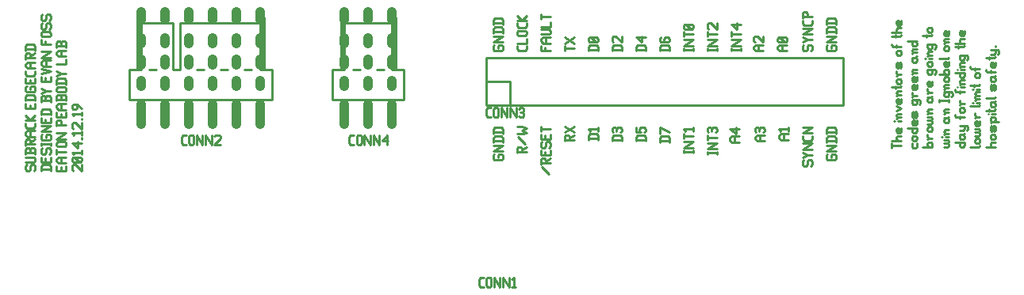
<source format=gbr>
G04 start of page 8 for group -4079 idx -4079 *
G04 Title: (unknown), topsilk *
G04 Creator: pcb 20110918 *
G04 CreationDate: Tue Jan 20 20:48:38 2015 UTC *
G04 For: fosse *
G04 Format: Gerber/RS-274X *
G04 PCB-Dimensions: 600000 500000 *
G04 PCB-Coordinate-Origin: lower left *
%MOIN*%
%FSLAX25Y25*%
%LNTOPSILK*%
%ADD42C,0.0150*%
%ADD41C,0.0400*%
%ADD40C,0.0100*%
G54D40*X289000Y183000D02*X289500Y183500D01*
X289000Y183000D02*Y181500D01*
X289500Y181000D02*X289000Y181500D01*
X289500Y181000D02*X292500D01*
X293000Y181500D01*
Y183000D02*Y181500D01*
Y183000D02*X292500Y183500D01*
X291500D02*X292500D01*
X291000Y183000D02*X291500Y183500D01*
X291000Y183000D02*Y182000D01*
X289000Y184700D02*X293000D01*
X289000D02*X293000Y187200D01*
X289000D02*X293000D01*
X289000Y188900D02*X293000D01*
X289000Y190200D02*X289700Y190900D01*
X292300D01*
X293000Y190200D02*X292300Y190900D01*
X293000Y190200D02*Y188400D01*
X289000Y190200D02*Y188400D01*
Y192600D02*X293000D01*
X289000Y193900D02*X289700Y194600D01*
X292300D01*
X293000Y193900D02*X292300Y194600D01*
X293000Y193900D02*Y192100D01*
X289000Y193900D02*Y192100D01*
X312500Y175000D02*X309500Y178000D01*
X309000Y181200D02*Y179200D01*
Y181200D02*X309500Y181700D01*
X310500D01*
X311000Y181200D02*X310500Y181700D01*
X311000Y181200D02*Y179700D01*
X309000D02*X313000D01*
X311000Y180500D02*X313000Y181700D01*
X310800Y184400D02*Y182900D01*
X313000Y184900D02*Y182900D01*
X309000D02*X313000D01*
X309000Y184900D02*Y182900D01*
Y188100D02*X309500Y188600D01*
X309000Y188100D02*Y186600D01*
X309500Y186100D02*X309000Y186600D01*
X309500Y186100D02*X310500D01*
X311000Y186600D01*
Y188100D02*Y186600D01*
Y188100D02*X311500Y188600D01*
X312500D01*
X313000Y188100D02*X312500Y188600D01*
X313000Y188100D02*Y186600D01*
X312500Y186100D02*X313000Y186600D01*
X310800Y191300D02*Y189800D01*
X313000Y191800D02*Y189800D01*
X309000D02*X313000D01*
X309000Y191800D02*Y189800D01*
Y195000D02*Y193000D01*
Y194000D02*X313000D01*
X319000Y191000D02*Y189000D01*
Y191000D02*X319500Y191500D01*
X320500D01*
X321000Y191000D02*X320500Y191500D01*
X321000Y191000D02*Y189500D01*
X319000D02*X323000D01*
X321000Y190300D02*X323000Y191500D01*
Y192700D02*X319000Y195200D01*
Y192700D02*X323000Y195200D01*
X329000Y190000D02*X333000D01*
X329000Y191300D02*X329700Y192000D01*
X332300D01*
X333000Y191300D02*X332300Y192000D01*
X333000Y191300D02*Y189500D01*
X329000Y191300D02*Y189500D01*
X329800Y193200D02*X329000Y194000D01*
X333000D01*
Y194700D02*Y193200D01*
X299000Y186000D02*Y184000D01*
Y186000D02*X299500Y186500D01*
X300500D01*
X301000Y186000D02*X300500Y186500D01*
X301000Y186000D02*Y184500D01*
X299000D02*X303000D01*
X301000Y185300D02*X303000Y186500D01*
X302500Y187700D02*X299500Y190700D01*
X299000Y191900D02*X301000D01*
X303000Y192400D01*
X301000Y193400D01*
X303000Y194400D01*
X301000Y194900D01*
X299000D02*X301000D01*
X339000Y189500D02*X343000D01*
X339000Y190800D02*X339700Y191500D01*
X342300D01*
X343000Y190800D02*X342300Y191500D01*
X343000Y190800D02*Y189000D01*
X339000Y190800D02*Y189000D01*
X339500Y192700D02*X339000Y193200D01*
Y194200D02*Y193200D01*
Y194200D02*X339500Y194700D01*
X343000Y194200D02*X342500Y194700D01*
X343000Y194200D02*Y193200D01*
X342500Y192700D02*X343000Y193200D01*
X340800Y194200D02*Y193200D01*
X339500Y194700D02*X340300D01*
X341300D02*X342500D01*
X341300D02*X340800Y194200D01*
X340300Y194700D02*X340800Y194200D01*
X349000Y189500D02*X353000D01*
X349000Y190800D02*X349700Y191500D01*
X352300D01*
X353000Y190800D02*X352300Y191500D01*
X353000Y190800D02*Y189000D01*
X349000Y190800D02*Y189000D01*
Y194700D02*Y192700D01*
X351000D01*
X350500Y193200D01*
Y194200D02*Y193200D01*
Y194200D02*X351000Y194700D01*
X352500D01*
X353000Y194200D02*X352500Y194700D01*
X353000Y194200D02*Y193200D01*
X352500Y192700D02*X353000Y193200D01*
X359000Y189000D02*X363000D01*
X359000Y190300D02*X359700Y191000D01*
X362300D01*
X363000Y190300D02*X362300Y191000D01*
X363000Y190300D02*Y188500D01*
X359000Y190300D02*Y188500D01*
X363000Y192700D02*X359000Y194700D01*
Y192200D01*
X369000Y185000D02*Y184000D01*
Y184500D02*X373000D01*
Y185000D02*Y184000D01*
X369000Y186200D02*X373000D01*
X369000D02*X373000Y188700D01*
X369000D02*X373000D01*
X369000Y191900D02*Y189900D01*
Y190900D02*X373000D01*
X369800Y193100D02*X369000Y193900D01*
X373000D01*
Y194600D02*Y193100D01*
X389500Y188500D02*X392500D01*
X389500D02*X388500Y189200D01*
Y190300D02*Y189200D01*
Y190300D02*X389500Y191000D01*
X392500D01*
X390500D02*Y188500D01*
X391000Y192200D02*X388500Y194200D01*
X391000Y194700D02*Y192200D01*
X388500Y194200D02*X392500D01*
X379000Y184500D02*Y183500D01*
Y184000D02*X383000D01*
Y184500D02*Y183500D01*
X379000Y185700D02*X383000D01*
X379000D02*X383000Y188200D01*
X379000D02*X383000D01*
X379000Y191400D02*Y189400D01*
Y190400D02*X383000D01*
X379500Y192600D02*X379000Y193100D01*
Y194100D02*Y193100D01*
Y194100D02*X379500Y194600D01*
X383000Y194100D02*X382500Y194600D01*
X383000Y194100D02*Y193100D01*
X382500Y192600D02*X383000Y193100D01*
X380800Y194100D02*Y193100D01*
X379500Y194600D02*X380300D01*
X381300D02*X382500D01*
X381300D02*X380800Y194100D01*
X380300Y194600D02*X380800Y194100D01*
X469500Y186500D02*X473500D01*
X473000D02*X473500Y187000D01*
Y188000D02*Y187000D01*
Y188000D02*X473000Y188500D01*
X472000D02*X473000D01*
X471500Y188000D02*X472000Y188500D01*
X471500Y188000D02*Y187000D01*
X472000Y186500D02*X471500Y187000D01*
X472000Y190200D02*X473500D01*
X472000D02*X471500Y190700D01*
Y191700D02*Y190700D01*
Y189700D02*X472000Y190200D01*
Y192900D02*X473000D01*
X472000D02*X471500Y193400D01*
Y194400D02*Y193400D01*
Y194400D02*X472000Y194900D01*
X473000D01*
X473500Y194400D02*X473000Y194900D01*
X473500Y194400D02*Y193400D01*
X473000Y192900D02*X473500Y193400D01*
X471500Y196100D02*X473000D01*
X473500Y196600D01*
Y197100D02*Y196600D01*
Y197100D02*X473000Y197600D01*
X471500D02*X473000D01*
X473500Y198100D01*
Y198600D02*Y198100D01*
Y198600D02*X473000Y199100D01*
X471500D02*X473000D01*
X472000Y200800D02*X473500D01*
X472000D02*X471500Y201300D01*
Y201800D02*Y201300D01*
Y201800D02*X472000Y202300D01*
X473500D01*
X471500Y200300D02*X472000Y200800D01*
X471500Y206800D02*X472000Y207300D01*
X471500Y206800D02*Y205800D01*
X472000Y205300D02*X471500Y205800D01*
X472000Y205300D02*X473000D01*
X473500Y205800D01*
X471500Y207300D02*X473000D01*
X473500Y207800D01*
Y206800D02*Y205800D01*
Y206800D02*X473000Y207300D01*
X472000Y209500D02*X473500D01*
X472000D02*X471500Y210000D01*
Y211000D02*Y210000D01*
Y209000D02*X472000Y209500D01*
X473500Y214200D02*Y212700D01*
X473000Y212200D02*X473500Y212700D01*
X472000Y212200D02*X473000D01*
X472000D02*X471500Y212700D01*
Y213700D02*Y212700D01*
Y213700D02*X472000Y214200D01*
X472500D02*Y212200D01*
X472000Y214200D02*X472500D01*
X471500Y218700D02*X472000Y219200D01*
X471500Y218700D02*Y217700D01*
X472000Y217200D02*X471500Y217700D01*
X472000Y217200D02*X473000D01*
X473500Y217700D01*
Y218700D02*Y217700D01*
Y218700D02*X473000Y219200D01*
X474500Y217200D02*X475000Y217700D01*
Y218700D02*Y217700D01*
Y218700D02*X474500Y219200D01*
X471500D02*X474500D01*
X472000Y220400D02*X473000D01*
X472000D02*X471500Y220900D01*
Y221900D02*Y220900D01*
Y221900D02*X472000Y222400D01*
X473000D01*
X473500Y221900D02*X473000Y222400D01*
X473500Y221900D02*Y220900D01*
X473000Y220400D02*X473500Y220900D01*
X470500Y223600D02*X470600D01*
X472000D02*X473500D01*
X472000Y225100D02*X473500D01*
X472000D02*X471500Y225600D01*
Y226100D02*Y225600D01*
Y226100D02*X472000Y226600D01*
X473500D01*
X471500Y224600D02*X472000Y225100D01*
X471500Y229300D02*X472000Y229800D01*
X471500Y229300D02*Y228300D01*
X472000Y227800D02*X471500Y228300D01*
X472000Y227800D02*X473000D01*
X473500Y228300D01*
Y229300D02*Y228300D01*
Y229300D02*X473000Y229800D01*
X474500Y227800D02*X475000Y228300D01*
Y229300D02*Y228300D01*
Y229300D02*X474500Y229800D01*
X471500D02*X474500D01*
X469500Y233300D02*X473000D01*
X473500Y233800D01*
X471000D02*Y232800D01*
X472000Y234800D02*X473000D01*
X472000D02*X471500Y235300D01*
Y236300D02*Y235300D01*
Y236300D02*X472000Y236800D01*
X473000D01*
X473500Y236300D02*X473000Y236800D01*
X473500Y236300D02*Y235300D01*
X473000Y234800D02*X473500Y235300D01*
X465000Y188000D02*Y186500D01*
X465500Y186000D02*X465000Y186500D01*
X465500Y186000D02*X466500D01*
X467000Y186500D01*
Y188000D02*Y186500D01*
X465500Y189200D02*X466500D01*
X465500D02*X465000Y189700D01*
Y190700D02*Y189700D01*
Y190700D02*X465500Y191200D01*
X466500D01*
X467000Y190700D02*X466500Y191200D01*
X467000Y190700D02*Y189700D01*
X466500Y189200D02*X467000Y189700D01*
X463000Y194400D02*X467000D01*
Y193900D02*X466500Y194400D01*
X467000Y193900D02*Y192900D01*
X466500Y192400D02*X467000Y192900D01*
X465500Y192400D02*X466500D01*
X465500D02*X465000Y192900D01*
Y193900D02*Y192900D01*
Y193900D02*X465500Y194400D01*
X467000Y197600D02*Y196100D01*
X466500Y195600D02*X467000Y196100D01*
X465500Y195600D02*X466500D01*
X465500D02*X465000Y196100D01*
Y197100D02*Y196100D01*
Y197100D02*X465500Y197600D01*
X466000D02*Y195600D01*
X465500Y197600D02*X466000D01*
X467000Y200800D02*Y199300D01*
Y200800D02*X466500Y201300D01*
X466000Y200800D02*X466500Y201300D01*
X466000Y200800D02*Y199300D01*
X465500Y198800D02*X466000Y199300D01*
X465500Y198800D02*X465000Y199300D01*
Y200800D02*Y199300D01*
Y200800D02*X465500Y201300D01*
X466500Y198800D02*X467000Y199300D01*
X465000Y205800D02*X465500Y206300D01*
X465000Y205800D02*Y204800D01*
X465500Y204300D02*X465000Y204800D01*
X465500Y204300D02*X466500D01*
X467000Y204800D01*
Y205800D02*Y204800D01*
Y205800D02*X466500Y206300D01*
X468000Y204300D02*X468500Y204800D01*
Y205800D02*Y204800D01*
Y205800D02*X468000Y206300D01*
X465000D02*X468000D01*
X465500Y208000D02*X467000D01*
X465500D02*X465000Y208500D01*
Y209500D02*Y208500D01*
Y207500D02*X465500Y208000D01*
X467000Y212700D02*Y211200D01*
X466500Y210700D02*X467000Y211200D01*
X465500Y210700D02*X466500D01*
X465500D02*X465000Y211200D01*
Y212200D02*Y211200D01*
Y212200D02*X465500Y212700D01*
X466000D02*Y210700D01*
X465500Y212700D02*X466000D01*
X467000Y215900D02*Y214400D01*
X466500Y213900D02*X467000Y214400D01*
X465500Y213900D02*X466500D01*
X465500D02*X465000Y214400D01*
Y215400D02*Y214400D01*
Y215400D02*X465500Y215900D01*
X466000D02*Y213900D01*
X465500Y215900D02*X466000D01*
X465500Y217600D02*X467000D01*
X465500D02*X465000Y218100D01*
Y218600D02*Y218100D01*
Y218600D02*X465500Y219100D01*
X467000D01*
X465000Y217100D02*X465500Y217600D01*
X465000Y223600D02*X465500Y224100D01*
X465000Y223600D02*Y222600D01*
X465500Y222100D02*X465000Y222600D01*
X465500Y222100D02*X466500D01*
X467000Y222600D01*
X465000Y224100D02*X466500D01*
X467000Y224600D01*
Y223600D02*Y222600D01*
Y223600D02*X466500Y224100D01*
X465500Y226300D02*X467000D01*
X465500D02*X465000Y226800D01*
Y227300D02*Y226800D01*
Y227300D02*X465500Y227800D01*
X467000D01*
X465000Y225800D02*X465500Y226300D01*
X463000Y231000D02*X467000D01*
Y230500D02*X466500Y231000D01*
X467000Y230500D02*Y229500D01*
X466500Y229000D02*X467000Y229500D01*
X465500Y229000D02*X466500D01*
X465500D02*X465000Y229500D01*
Y230500D02*Y229500D01*
Y230500D02*X465500Y231000D01*
X456500Y188000D02*Y186000D01*
Y187000D02*X460500D01*
X456500Y189200D02*X460500D01*
X459000D02*X458500Y189700D01*
Y190700D02*Y189700D01*
Y190700D02*X459000Y191200D01*
X460500D01*
Y194400D02*Y192900D01*
X460000Y192400D02*X460500Y192900D01*
X459000Y192400D02*X460000D01*
X459000D02*X458500Y192900D01*
Y193900D02*Y192900D01*
Y193900D02*X459000Y194400D01*
X459500D02*Y192400D01*
X459000Y194400D02*X459500D01*
X457500Y197400D02*X457600D01*
X459000D02*X460500D01*
X459000Y198900D02*X460500D01*
X459000D02*X458500Y199400D01*
Y199900D02*Y199400D01*
Y199900D02*X459000Y200400D01*
X460500D01*
X458500Y198400D02*X459000Y198900D01*
X458500Y201600D02*X460500Y202600D01*
X458500Y203600D02*X460500Y202600D01*
Y206800D02*Y205300D01*
X460000Y204800D02*X460500Y205300D01*
X459000Y204800D02*X460000D01*
X459000D02*X458500Y205300D01*
Y206300D02*Y205300D01*
Y206300D02*X459000Y206800D01*
X459500D02*Y204800D01*
X459000Y206800D02*X459500D01*
X459000Y208500D02*X460500D01*
X459000D02*X458500Y209000D01*
Y209500D02*Y209000D01*
Y209500D02*X459000Y210000D01*
X460500D01*
X458500Y208000D02*X459000Y208500D01*
X456500Y211700D02*X460000D01*
X460500Y212200D01*
X458000D02*Y211200D01*
X459000Y213200D02*X460000D01*
X459000D02*X458500Y213700D01*
Y214700D02*Y213700D01*
Y214700D02*X459000Y215200D01*
X460000D01*
X460500Y214700D02*X460000Y215200D01*
X460500Y214700D02*Y213700D01*
X460000Y213200D02*X460500Y213700D01*
X459000Y216900D02*X460500D01*
X459000D02*X458500Y217400D01*
Y218400D02*Y217400D01*
Y216400D02*X459000Y216900D01*
X460500Y221600D02*Y220100D01*
Y221600D02*X460000Y222100D01*
X459500Y221600D02*X460000Y222100D01*
X459500Y221600D02*Y220100D01*
X459000Y219600D02*X459500Y220100D01*
X459000Y219600D02*X458500Y220100D01*
Y221600D02*Y220100D01*
Y221600D02*X459000Y222100D01*
X460000Y219600D02*X460500Y220100D01*
X459000Y225100D02*X460000D01*
X459000D02*X458500Y225600D01*
Y226600D02*Y225600D01*
Y226600D02*X459000Y227100D01*
X460000D01*
X460500Y226600D02*X460000Y227100D01*
X460500Y226600D02*Y225600D01*
X460000Y225100D02*X460500Y225600D01*
X457000Y228800D02*X460500D01*
X457000D02*X456500Y229300D01*
Y229800D02*Y229300D01*
X458500D02*Y228300D01*
X456500Y233100D02*X460000D01*
X460500Y233600D01*
X458000D02*Y232600D01*
X456500Y234600D02*X460500D01*
X459000D02*X458500Y235100D01*
Y236100D02*Y235100D01*
Y236100D02*X459000Y236600D01*
X460500D01*
Y239800D02*Y238300D01*
X460000Y237800D02*X460500Y238300D01*
X459000Y237800D02*X460000D01*
X459000D02*X458500Y238300D01*
Y239300D02*Y238300D01*
Y239300D02*X459000Y239800D01*
X459500D02*Y237800D01*
X459000Y239800D02*X459500D01*
X478500Y186500D02*X480000D01*
X480500Y187000D01*
Y187500D02*Y187000D01*
Y187500D02*X480000Y188000D01*
X478500D02*X480000D01*
X480500Y188500D01*
Y189000D02*Y188500D01*
Y189000D02*X480000Y189500D01*
X478500D02*X480000D01*
X477500Y190700D02*X477600D01*
X479000D02*X480500D01*
X479000Y192200D02*X480500D01*
X479000D02*X478500Y192700D01*
Y193200D02*Y192700D01*
Y193200D02*X479000Y193700D01*
X480500D01*
X478500Y191700D02*X479000Y192200D01*
X478500Y198200D02*X479000Y198700D01*
X478500Y198200D02*Y197200D01*
X479000Y196700D02*X478500Y197200D01*
X479000Y196700D02*X480000D01*
X480500Y197200D01*
X478500Y198700D02*X480000D01*
X480500Y199200D01*
Y198200D02*Y197200D01*
Y198200D02*X480000Y198700D01*
X479000Y200900D02*X480500D01*
X479000D02*X478500Y201400D01*
Y201900D02*Y201400D01*
Y201900D02*X479000Y202400D01*
X480500D01*
X478500Y200400D02*X479000Y200900D01*
X476500Y206400D02*Y205400D01*
Y205900D02*X480500D01*
Y206400D02*Y205400D01*
X478500Y209100D02*X479000Y209600D01*
X478500Y209100D02*Y208100D01*
X479000Y207600D02*X478500Y208100D01*
X479000Y207600D02*X480000D01*
X480500Y208100D01*
Y209100D02*Y208100D01*
Y209100D02*X480000Y209600D01*
X481500Y207600D02*X482000Y208100D01*
Y209100D02*Y208100D01*
Y209100D02*X481500Y209600D01*
X478500D02*X481500D01*
X479000Y211300D02*X480500D01*
X479000D02*X478500Y211800D01*
Y212300D02*Y211800D01*
Y212300D02*X479000Y212800D01*
X480500D01*
X478500Y210800D02*X479000Y211300D01*
Y214000D02*X480000D01*
X479000D02*X478500Y214500D01*
Y215500D02*Y214500D01*
Y215500D02*X479000Y216000D01*
X480000D01*
X480500Y215500D02*X480000Y216000D01*
X480500Y215500D02*Y214500D01*
X480000Y214000D02*X480500Y214500D01*
X476500Y217200D02*X480500D01*
X480000D02*X480500Y217700D01*
Y218700D02*Y217700D01*
Y218700D02*X480000Y219200D01*
X479000D02*X480000D01*
X478500Y218700D02*X479000Y219200D01*
X478500Y218700D02*Y217700D01*
X479000Y217200D02*X478500Y217700D01*
X480500Y222400D02*Y220900D01*
X480000Y220400D02*X480500Y220900D01*
X479000Y220400D02*X480000D01*
X479000D02*X478500Y220900D01*
Y221900D02*Y220900D01*
Y221900D02*X479000Y222400D01*
X479500D02*Y220400D01*
X479000Y222400D02*X479500D01*
X476500Y223600D02*X480000D01*
X480500Y224100D01*
X479000Y226900D02*X480000D01*
X479000D02*X478500Y227400D01*
Y228400D02*Y227400D01*
Y228400D02*X479000Y228900D01*
X480000D01*
X480500Y228400D02*X480000Y228900D01*
X480500Y228400D02*Y227400D01*
X480000Y226900D02*X480500Y227400D01*
X479000Y230600D02*X480500D01*
X479000D02*X478500Y231100D01*
Y231600D02*Y231100D01*
Y231600D02*X479000Y232100D01*
X480500D01*
X478500Y230100D02*X479000Y230600D01*
X480500Y235300D02*Y233800D01*
X480000Y233300D02*X480500Y233800D01*
X479000Y233300D02*X480000D01*
X479000D02*X478500Y233800D01*
Y234800D02*Y233800D01*
Y234800D02*X479000Y235300D01*
X479500D02*Y233300D01*
X479000Y235300D02*X479500D01*
X483000Y188500D02*X487000D01*
Y188000D02*X486500Y188500D01*
X487000Y188000D02*Y187000D01*
X486500Y186500D02*X487000Y187000D01*
X485500Y186500D02*X486500D01*
X485500D02*X485000Y187000D01*
Y188000D02*Y187000D01*
Y188000D02*X485500Y188500D01*
X485000Y191200D02*X485500Y191700D01*
X485000Y191200D02*Y190200D01*
X485500Y189700D02*X485000Y190200D01*
X485500Y189700D02*X486500D01*
X487000Y190200D01*
X485000Y191700D02*X486500D01*
X487000Y192200D01*
Y191200D02*Y190200D01*
Y191200D02*X486500Y191700D01*
X485000Y193400D02*X486500D01*
X487000Y193900D01*
X485000Y195400D02*X488000D01*
X488500Y194900D02*X488000Y195400D01*
X488500Y194900D02*Y193900D01*
X488000Y193400D02*X488500Y193900D01*
X487000Y194900D02*Y193900D01*
Y194900D02*X486500Y195400D01*
X483500Y198900D02*X487000D01*
X483500D02*X483000Y199400D01*
Y199900D02*Y199400D01*
X485000D02*Y198400D01*
X485500Y200900D02*X486500D01*
X485500D02*X485000Y201400D01*
Y202400D02*Y201400D01*
Y202400D02*X485500Y202900D01*
X486500D01*
X487000Y202400D02*X486500Y202900D01*
X487000Y202400D02*Y201400D01*
X486500Y200900D02*X487000Y201400D01*
X485500Y204600D02*X487000D01*
X485500D02*X485000Y205100D01*
Y206100D02*Y205100D01*
Y204100D02*X485500Y204600D01*
X483500Y209600D02*X487000D01*
X483500D02*X483000Y210100D01*
Y210600D02*Y210100D01*
X485000D02*Y209100D01*
X484000Y211600D02*X484100D01*
X485500D02*X487000D01*
X485500Y213100D02*X487000D01*
X485500D02*X485000Y213600D01*
Y214100D02*Y213600D01*
Y214100D02*X485500Y214600D01*
X487000D01*
X485000Y212600D02*X485500Y213100D01*
X483000Y217800D02*X487000D01*
Y217300D02*X486500Y217800D01*
X487000Y217300D02*Y216300D01*
X486500Y215800D02*X487000Y216300D01*
X485500Y215800D02*X486500D01*
X485500D02*X485000Y216300D01*
Y217300D02*Y216300D01*
Y217300D02*X485500Y217800D01*
X484000Y219000D02*X484100D01*
X485500D02*X487000D01*
X485500Y220500D02*X487000D01*
X485500D02*X485000Y221000D01*
Y221500D02*Y221000D01*
Y221500D02*X485500Y222000D01*
X487000D01*
X485000Y220000D02*X485500Y220500D01*
X485000Y224700D02*X485500Y225200D01*
X485000Y224700D02*Y223700D01*
X485500Y223200D02*X485000Y223700D01*
X485500Y223200D02*X486500D01*
X487000Y223700D01*
Y224700D02*Y223700D01*
Y224700D02*X486500Y225200D01*
X488000Y223200D02*X488500Y223700D01*
Y224700D02*Y223700D01*
Y224700D02*X488000Y225200D01*
X485000D02*X488000D01*
X483000Y228700D02*X486500D01*
X487000Y229200D01*
X484500D02*Y228200D01*
X483000Y230200D02*X487000D01*
X485500D02*X485000Y230700D01*
Y231700D02*Y230700D01*
Y231700D02*X485500Y232200D01*
X487000D01*
Y235400D02*Y233900D01*
X486500Y233400D02*X487000Y233900D01*
X485500Y233400D02*X486500D01*
X485500D02*X485000Y233900D01*
Y234900D02*Y233900D01*
Y234900D02*X485500Y235400D01*
X486000D02*Y233400D01*
X485500Y235400D02*X486000D01*
X496000Y186500D02*X500000D01*
X498500D02*X498000Y187000D01*
Y188000D02*Y187000D01*
Y188000D02*X498500Y188500D01*
X500000D01*
X498500Y189700D02*X499500D01*
X498500D02*X498000Y190200D01*
Y191200D02*Y190200D01*
Y191200D02*X498500Y191700D01*
X499500D01*
X500000Y191200D02*X499500Y191700D01*
X500000Y191200D02*Y190200D01*
X499500Y189700D02*X500000Y190200D01*
Y194900D02*Y193400D01*
Y194900D02*X499500Y195400D01*
X499000Y194900D02*X499500Y195400D01*
X499000Y194900D02*Y193400D01*
X498500Y192900D02*X499000Y193400D01*
X498500Y192900D02*X498000Y193400D01*
Y194900D02*Y193400D01*
Y194900D02*X498500Y195400D01*
X499500Y192900D02*X500000Y193400D01*
X498500Y197100D02*X501500D01*
X498000Y196600D02*X498500Y197100D01*
X498000Y197600D01*
Y198600D02*Y197600D01*
Y198600D02*X498500Y199100D01*
X499500D01*
X500000Y198600D02*X499500Y199100D01*
X500000Y198600D02*Y197600D01*
X499500Y197100D02*X500000Y197600D01*
X497000Y200300D02*X497100D01*
X498500D02*X500000D01*
X496000Y201800D02*X499500D01*
X500000Y202300D01*
X497500D02*Y201300D01*
X498000Y204800D02*X498500Y205300D01*
X498000Y204800D02*Y203800D01*
X498500Y203300D02*X498000Y203800D01*
X498500Y203300D02*X499500D01*
X500000Y203800D01*
X498000Y205300D02*X499500D01*
X500000Y205800D01*
Y204800D02*Y203800D01*
Y204800D02*X499500Y205300D01*
X496000Y207000D02*X499500D01*
X500000Y207500D01*
Y212300D02*Y210800D01*
Y212300D02*X499500Y212800D01*
X499000Y212300D02*X499500Y212800D01*
X499000Y212300D02*Y210800D01*
X498500Y210300D02*X499000Y210800D01*
X498500Y210300D02*X498000Y210800D01*
Y212300D02*Y210800D01*
Y212300D02*X498500Y212800D01*
X499500Y210300D02*X500000Y210800D01*
X498000Y215500D02*X498500Y216000D01*
X498000Y215500D02*Y214500D01*
X498500Y214000D02*X498000Y214500D01*
X498500Y214000D02*X499500D01*
X500000Y214500D01*
X498000Y216000D02*X499500D01*
X500000Y216500D01*
Y215500D02*Y214500D01*
Y215500D02*X499500Y216000D01*
X496500Y218200D02*X500000D01*
X496500D02*X496000Y218700D01*
Y219200D02*Y218700D01*
X498000D02*Y217700D01*
X500000Y222200D02*Y220700D01*
X499500Y220200D02*X500000Y220700D01*
X498500Y220200D02*X499500D01*
X498500D02*X498000Y220700D01*
Y221700D02*Y220700D01*
Y221700D02*X498500Y222200D01*
X499000D02*Y220200D01*
X498500Y222200D02*X499000D01*
X496000Y223900D02*X499500D01*
X500000Y224400D01*
X497500D02*Y223400D01*
X498000Y225400D02*X499500D01*
X500000Y225900D01*
X498000Y227400D02*X501000D01*
X501500Y226900D02*X501000Y227400D01*
X501500Y226900D02*Y225900D01*
X501000Y225400D02*X501500Y225900D01*
X500000Y226900D02*Y225900D01*
Y226900D02*X499500Y227400D01*
X500000Y229100D02*Y228600D01*
X489500Y186500D02*X493000D01*
X493500Y187000D01*
X492000Y188000D02*X493000D01*
X492000D02*X491500Y188500D01*
Y189500D02*Y188500D01*
Y189500D02*X492000Y190000D01*
X493000D01*
X493500Y189500D02*X493000Y190000D01*
X493500Y189500D02*Y188500D01*
X493000Y188000D02*X493500Y188500D01*
X491500Y191200D02*X493000D01*
X493500Y191700D01*
Y192200D02*Y191700D01*
Y192200D02*X493000Y192700D01*
X491500D02*X493000D01*
X493500Y193200D01*
Y193700D02*Y193200D01*
Y193700D02*X493000Y194200D01*
X491500D02*X493000D01*
X493500Y197400D02*Y195900D01*
X493000Y195400D02*X493500Y195900D01*
X492000Y195400D02*X493000D01*
X492000D02*X491500Y195900D01*
Y196900D02*Y195900D01*
Y196900D02*X492000Y197400D01*
X492500D02*Y195400D01*
X492000Y197400D02*X492500D01*
X492000Y199100D02*X493500D01*
X492000D02*X491500Y199600D01*
Y200600D02*Y199600D01*
Y198600D02*X492000Y199100D01*
X489500Y203600D02*X493000D01*
X493500Y204100D01*
X490500Y205100D02*X490600D01*
X492000D02*X493500D01*
X492000Y206600D02*X493500D01*
X492000D02*X491500Y207100D01*
Y207600D02*Y207100D01*
Y207600D02*X492000Y208100D01*
X493500D01*
X492000D02*X491500Y208600D01*
Y209100D02*Y208600D01*
Y209100D02*X492000Y209600D01*
X493500D01*
X491500Y206100D02*X492000Y206600D01*
X490500Y210800D02*X490600D01*
X492000D02*X493500D01*
X489500Y212300D02*X493000D01*
X493500Y212800D01*
X491000D02*Y211800D01*
X492000Y215600D02*X493000D01*
X492000D02*X491500Y216100D01*
Y217100D02*Y216100D01*
Y217100D02*X492000Y217600D01*
X493000D01*
X493500Y217100D02*X493000Y217600D01*
X493500Y217100D02*Y216100D01*
X493000Y215600D02*X493500Y216100D01*
X490000Y219300D02*X493500D01*
X490000D02*X489500Y219800D01*
Y220300D02*Y219800D01*
X491500D02*Y218800D01*
X429000Y183000D02*X429500Y183500D01*
X429000Y183000D02*Y181500D01*
X429500Y181000D02*X429000Y181500D01*
X429500Y181000D02*X432500D01*
X433000Y181500D01*
Y183000D02*Y181500D01*
Y183000D02*X432500Y183500D01*
X431500D02*X432500D01*
X431000Y183000D02*X431500Y183500D01*
X431000Y183000D02*Y182000D01*
X429000Y184700D02*X433000D01*
X429000D02*X433000Y187200D01*
X429000D02*X433000D01*
X429000Y188900D02*X433000D01*
X429000Y190200D02*X429700Y190900D01*
X432300D01*
X433000Y190200D02*X432300Y190900D01*
X433000Y190200D02*Y188400D01*
X429000Y190200D02*Y188400D01*
Y192600D02*X433000D01*
X429000Y193900D02*X429700Y194600D01*
X432300D01*
X433000Y193900D02*X432300Y194600D01*
X433000Y193900D02*Y192100D01*
X429000Y193900D02*Y192100D01*
Y229000D02*X429500Y229500D01*
X429000Y229000D02*Y227500D01*
X429500Y227000D02*X429000Y227500D01*
X429500Y227000D02*X432500D01*
X433000Y227500D01*
Y229000D02*Y227500D01*
Y229000D02*X432500Y229500D01*
X431500D02*X432500D01*
X431000Y229000D02*X431500Y229500D01*
X431000Y229000D02*Y228000D01*
X429000Y230700D02*X433000D01*
X429000D02*X433000Y233200D01*
X429000D02*X433000D01*
X429000Y234900D02*X433000D01*
X429000Y236200D02*X429700Y236900D01*
X432300D01*
X433000Y236200D02*X432300Y236900D01*
X433000Y236200D02*Y234400D01*
X429000Y236200D02*Y234400D01*
Y238600D02*X433000D01*
X429000Y239900D02*X429700Y240600D01*
X432300D01*
X433000Y239900D02*X432300Y240600D01*
X433000Y239900D02*Y238100D01*
X429000Y239900D02*Y238100D01*
X419000Y180500D02*X419500Y181000D01*
X419000Y180500D02*Y179000D01*
X419500Y178500D02*X419000Y179000D01*
X419500Y178500D02*X420500D01*
X421000Y179000D01*
Y180500D02*Y179000D01*
Y180500D02*X421500Y181000D01*
X422500D01*
X423000Y180500D02*X422500Y181000D01*
X423000Y180500D02*Y179000D01*
X422500Y178500D02*X423000Y179000D01*
X419000Y182200D02*X421000Y183200D01*
X419000Y184200D01*
X421000Y183200D02*X423000D01*
X419000Y185400D02*X423000D01*
X419000D02*X423000Y187900D01*
X419000D02*X423000D01*
Y191100D02*Y189800D01*
X422300Y189100D02*X423000Y189800D01*
X419700Y189100D02*X422300D01*
X419700D02*X419000Y189800D01*
Y191100D02*Y189800D01*
Y192300D02*X423000D01*
X419000D02*X423000Y194800D01*
X419000D02*X423000D01*
X419000Y229000D02*X419500Y229500D01*
X419000Y229000D02*Y227500D01*
X419500Y227000D02*X419000Y227500D01*
X419500Y227000D02*X420500D01*
X421000Y227500D01*
Y229000D02*Y227500D01*
Y229000D02*X421500Y229500D01*
X422500D01*
X423000Y229000D02*X422500Y229500D01*
X423000Y229000D02*Y227500D01*
X422500Y227000D02*X423000Y227500D01*
X419000Y230700D02*X421000Y231700D01*
X419000Y232700D01*
X421000Y231700D02*X423000D01*
X419000Y233900D02*X423000D01*
X419000D02*X423000Y236400D01*
X419000D02*X423000D01*
Y239600D02*Y238300D01*
X422300Y237600D02*X423000Y238300D01*
X419700Y237600D02*X422300D01*
X419700D02*X419000Y238300D01*
Y239600D02*Y238300D01*
Y241300D02*X423000D01*
X419000Y242800D02*Y240800D01*
Y242800D02*X419500Y243300D01*
X420500D01*
X421000Y242800D02*X420500Y243300D01*
X421000Y242800D02*Y241300D01*
X410000Y189500D02*X413000D01*
X410000D02*X409000Y190200D01*
Y191300D02*Y190200D01*
Y191300D02*X410000Y192000D01*
X413000D01*
X411000D02*Y189500D01*
X409800Y193200D02*X409000Y194000D01*
X413000D01*
Y194700D02*Y193200D01*
X409500Y227000D02*X412500D01*
X409500D02*X408500Y227700D01*
Y228800D02*Y227700D01*
Y228800D02*X409500Y229500D01*
X412500D01*
X410500D02*Y227000D01*
X412000Y230700D02*X412500Y231200D01*
X409000Y230700D02*X412000D01*
X409000D02*X408500Y231200D01*
Y232200D02*Y231200D01*
Y232200D02*X409000Y232700D01*
X412000D01*
X412500Y232200D02*X412000Y232700D01*
X412500Y232200D02*Y231200D01*
X411500Y230700D02*X409500Y232700D01*
X400000Y189000D02*X403000D01*
X400000D02*X399000Y189700D01*
Y190800D02*Y189700D01*
Y190800D02*X400000Y191500D01*
X403000D01*
X401000D02*Y189000D01*
X399500Y192700D02*X399000Y193200D01*
Y194200D02*Y193200D01*
Y194200D02*X399500Y194700D01*
X403000Y194200D02*X402500Y194700D01*
X403000Y194200D02*Y193200D01*
X402500Y192700D02*X403000Y193200D01*
X400800Y194200D02*Y193200D01*
X399500Y194700D02*X400300D01*
X401300D02*X402500D01*
X401300D02*X400800Y194200D01*
X400300Y194700D02*X400800Y194200D01*
X399500Y227000D02*X402500D01*
X399500D02*X398500Y227700D01*
Y228800D02*Y227700D01*
Y228800D02*X399500Y229500D01*
X402500D01*
X400500D02*Y227000D01*
X399000Y230700D02*X398500Y231200D01*
Y232700D02*Y231200D01*
Y232700D02*X399000Y233200D01*
X400000D01*
X402500Y230700D02*X400000Y233200D01*
X402500D02*Y230700D01*
X369000Y228000D02*Y227000D01*
Y227500D02*X373000D01*
Y228000D02*Y227000D01*
X369000Y229200D02*X373000D01*
X369000D02*X373000Y231700D01*
X369000D02*X373000D01*
X369000Y234900D02*Y232900D01*
Y233900D02*X373000D01*
X372500Y236100D02*X373000Y236600D01*
X369500Y236100D02*X372500D01*
X369500D02*X369000Y236600D01*
Y237600D02*Y236600D01*
Y237600D02*X369500Y238100D01*
X372500D01*
X373000Y237600D02*X372500Y238100D01*
X373000Y237600D02*Y236600D01*
X372000Y236100D02*X370000Y238100D01*
X389000Y228000D02*Y227000D01*
Y227500D02*X393000D01*
Y228000D02*Y227000D01*
X389000Y229200D02*X393000D01*
X389000D02*X393000Y231700D01*
X389000D02*X393000D01*
X389000Y234900D02*Y232900D01*
Y233900D02*X393000D01*
X391500Y236100D02*X389000Y238100D01*
X391500Y238600D02*Y236100D01*
X389000Y238100D02*X393000D01*
X379000Y228000D02*Y227000D01*
Y227500D02*X383000D01*
Y228000D02*Y227000D01*
X379000Y229200D02*X383000D01*
X379000D02*X383000Y231700D01*
X379000D02*X383000D01*
X379000Y234900D02*Y232900D01*
Y233900D02*X383000D01*
X379500Y236100D02*X379000Y236600D01*
Y238100D02*Y236600D01*
Y238100D02*X379500Y238600D01*
X380500D01*
X383000Y236100D02*X380500Y238600D01*
X383000D02*Y236100D01*
X359000Y227500D02*X363000D01*
X359000Y228800D02*X359700Y229500D01*
X362300D01*
X363000Y228800D02*X362300Y229500D01*
X363000Y228800D02*Y227000D01*
X359000Y228800D02*Y227000D01*
Y232200D02*X359500Y232700D01*
X359000Y232200D02*Y231200D01*
X359500Y230700D02*X359000Y231200D01*
X359500Y230700D02*X362500D01*
X363000Y231200D01*
X360800Y232200D02*X361300Y232700D01*
X360800Y232200D02*Y230700D01*
X363000Y232200D02*Y231200D01*
Y232200D02*X362500Y232700D01*
X361300D02*X362500D01*
X349000Y227500D02*X353000D01*
X349000Y228800D02*X349700Y229500D01*
X352300D01*
X353000Y228800D02*X352300Y229500D01*
X353000Y228800D02*Y227000D01*
X349000Y228800D02*Y227000D01*
X351500Y230700D02*X349000Y232700D01*
X351500Y233200D02*Y230700D01*
X349000Y232700D02*X353000D01*
X339000Y227500D02*X343000D01*
X339000Y228800D02*X339700Y229500D01*
X342300D01*
X343000Y228800D02*X342300Y229500D01*
X343000Y228800D02*Y227000D01*
X339000Y228800D02*Y227000D01*
X339500Y230700D02*X339000Y231200D01*
Y232700D02*Y231200D01*
Y232700D02*X339500Y233200D01*
X340500D01*
X343000Y230700D02*X340500Y233200D01*
X343000D02*Y230700D01*
X329000Y227500D02*X333000D01*
X329000Y228800D02*X329700Y229500D01*
X332300D01*
X333000Y228800D02*X332300Y229500D01*
X333000Y228800D02*Y227000D01*
X329000Y228800D02*Y227000D01*
X332500Y230700D02*X333000Y231200D01*
X329500Y230700D02*X332500D01*
X329500D02*X329000Y231200D01*
Y232200D02*Y231200D01*
Y232200D02*X329500Y232700D01*
X332500D01*
X333000Y232200D02*X332500Y232700D01*
X333000Y232200D02*Y231200D01*
X332000Y230700D02*X330000Y232700D01*
X319000Y229000D02*Y227000D01*
Y228000D02*X323000D01*
Y230200D02*X319000Y232700D01*
Y230200D02*X323000Y232700D01*
X289000Y229000D02*X289500Y229500D01*
X289000Y229000D02*Y227500D01*
X289500Y227000D02*X289000Y227500D01*
X289500Y227000D02*X292500D01*
X293000Y227500D01*
Y229000D02*Y227500D01*
Y229000D02*X292500Y229500D01*
X291500D02*X292500D01*
X291000Y229000D02*X291500Y229500D01*
X291000Y229000D02*Y228000D01*
X289000Y230700D02*X293000D01*
X289000D02*X293000Y233200D01*
X289000D02*X293000D01*
X289000Y234900D02*X293000D01*
X289000Y236200D02*X289700Y236900D01*
X292300D01*
X293000Y236200D02*X292300Y236900D01*
X293000Y236200D02*Y234400D01*
X289000Y236200D02*Y234400D01*
Y238600D02*X293000D01*
X289000Y239900D02*X289700Y240600D01*
X292300D01*
X293000Y239900D02*X292300Y240600D01*
X293000Y239900D02*Y238100D01*
X289000Y239900D02*Y238100D01*
X309000Y227000D02*X313000D01*
X309000Y229000D02*Y227000D01*
X310800Y228500D02*Y227000D01*
X310000Y230200D02*X313000D01*
X310000D02*X309000Y230900D01*
Y232000D02*Y230900D01*
Y232000D02*X310000Y232700D01*
X313000D01*
X311000D02*Y230200D01*
X309000Y233900D02*X312500D01*
X313000Y234400D01*
Y235400D02*Y234400D01*
Y235400D02*X312500Y235900D01*
X309000D02*X312500D01*
X309000Y237100D02*X313000D01*
Y239100D02*Y237100D01*
X309000Y242300D02*Y240300D01*
Y241300D02*X313000D01*
X303000Y229000D02*Y227700D01*
X302300Y227000D02*X303000Y227700D01*
X299700Y227000D02*X302300D01*
X299700D02*X299000Y227700D01*
Y229000D02*Y227700D01*
Y230200D02*X303000D01*
Y232200D02*Y230200D01*
X299500Y233400D02*X302500D01*
X299500D02*X299000Y233900D01*
Y234900D02*Y233900D01*
Y234900D02*X299500Y235400D01*
X302500D01*
X303000Y234900D02*X302500Y235400D01*
X303000Y234900D02*Y233900D01*
X302500Y233400D02*X303000Y233900D01*
Y238600D02*Y237300D01*
X302300Y236600D02*X303000Y237300D01*
X299700Y236600D02*X302300D01*
X299700D02*X299000Y237300D01*
Y238600D02*Y237300D01*
Y239800D02*X303000D01*
X301000D02*X299000Y241800D01*
X301000Y239800D02*X303000Y241800D01*
X99000Y177000D02*X103000D01*
X99000Y178300D02*X99700Y179000D01*
X102300D01*
X103000Y178300D02*X102300Y179000D01*
X103000Y178300D02*Y176500D01*
X99000Y178300D02*Y176500D01*
X100800Y181700D02*Y180200D01*
X103000Y182200D02*Y180200D01*
X99000D02*X103000D01*
X99000Y182200D02*Y180200D01*
Y185400D02*X99500Y185900D01*
X99000Y185400D02*Y183900D01*
X99500Y183400D02*X99000Y183900D01*
X99500Y183400D02*X100500D01*
X101000Y183900D01*
Y185400D02*Y183900D01*
Y185400D02*X101500Y185900D01*
X102500D01*
X103000Y185400D02*X102500Y185900D01*
X103000Y185400D02*Y183900D01*
X102500Y183400D02*X103000Y183900D01*
X99000Y188100D02*Y187100D01*
Y187600D02*X103000D01*
Y188100D02*Y187100D01*
X99000Y191300D02*X99500Y191800D01*
X99000Y191300D02*Y189800D01*
X99500Y189300D02*X99000Y189800D01*
X99500Y189300D02*X102500D01*
X103000Y189800D01*
Y191300D02*Y189800D01*
Y191300D02*X102500Y191800D01*
X101500D02*X102500D01*
X101000Y191300D02*X101500Y191800D01*
X101000Y191300D02*Y190300D01*
X99000Y193000D02*X103000D01*
X99000D02*X103000Y195500D01*
X99000D02*X103000D01*
X100800Y198200D02*Y196700D01*
X103000Y198700D02*Y196700D01*
X99000D02*X103000D01*
X99000Y198700D02*Y196700D01*
Y200400D02*X103000D01*
X99000Y201700D02*X99700Y202400D01*
X102300D01*
X103000Y201700D02*X102300Y202400D01*
X103000Y201700D02*Y199900D01*
X99000Y201700D02*Y199900D01*
X103000Y207400D02*Y205400D01*
Y207400D02*X102500Y207900D01*
X101300D02*X102500D01*
X100800Y207400D02*X101300Y207900D01*
X100800Y207400D02*Y205900D01*
X99000D02*X103000D01*
X99000Y207400D02*Y205400D01*
Y207400D02*X99500Y207900D01*
X100300D01*
X100800Y207400D02*X100300Y207900D01*
X99000Y209100D02*X101000Y210100D01*
X99000Y211100D01*
X101000Y210100D02*X103000D01*
X100800Y215600D02*Y214100D01*
X103000Y216100D02*Y214100D01*
X99000D02*X103000D01*
X99000Y216100D02*Y214100D01*
Y217300D02*X103000Y218300D01*
X99000Y219300D01*
X100000Y220500D02*X103000D01*
X100000D02*X99000Y221200D01*
Y222300D02*Y221200D01*
Y222300D02*X100000Y223000D01*
X103000D01*
X101000D02*Y220500D01*
X99000Y224200D02*X103000D01*
X99000D02*X103000Y226700D01*
X99000D02*X103000D01*
X99000Y229700D02*X103000D01*
X99000Y231700D02*Y229700D01*
X100800Y231200D02*Y229700D01*
X99500Y232900D02*X102500D01*
X99500D02*X99000Y233400D01*
Y234400D02*Y233400D01*
Y234400D02*X99500Y234900D01*
X102500D01*
X103000Y234400D02*X102500Y234900D01*
X103000Y234400D02*Y233400D01*
X102500Y232900D02*X103000Y233400D01*
X99000Y238100D02*X99500Y238600D01*
X99000Y238100D02*Y236600D01*
X99500Y236100D02*X99000Y236600D01*
X99500Y236100D02*X100500D01*
X101000Y236600D01*
Y238100D02*Y236600D01*
Y238100D02*X101500Y238600D01*
X102500D01*
X103000Y238100D02*X102500Y238600D01*
X103000Y238100D02*Y236600D01*
X102500Y236100D02*X103000Y236600D01*
X99000Y241800D02*X99500Y242300D01*
X99000Y241800D02*Y240300D01*
X99500Y239800D02*X99000Y240300D01*
X99500Y239800D02*X100500D01*
X101000Y240300D01*
Y241800D02*Y240300D01*
Y241800D02*X101500Y242300D01*
X102500D01*
X103000Y241800D02*X102500Y242300D01*
X103000Y241800D02*Y240300D01*
X102500Y239800D02*X103000Y240300D01*
X92500Y178500D02*X93000Y179000D01*
X92500Y178500D02*Y177000D01*
X93000Y176500D02*X92500Y177000D01*
X93000Y176500D02*X94000D01*
X94500Y177000D01*
Y178500D02*Y177000D01*
Y178500D02*X95000Y179000D01*
X96000D01*
X96500Y178500D02*X96000Y179000D01*
X96500Y178500D02*Y177000D01*
X96000Y176500D02*X96500Y177000D01*
X92500Y180200D02*X96000D01*
X96500Y180700D01*
Y181700D02*Y180700D01*
Y181700D02*X96000Y182200D01*
X92500D02*X96000D01*
X96500Y185400D02*Y183400D01*
Y185400D02*X96000Y185900D01*
X94800D02*X96000D01*
X94300Y185400D02*X94800Y185900D01*
X94300Y185400D02*Y183900D01*
X92500D02*X96500D01*
X92500Y185400D02*Y183400D01*
Y185400D02*X93000Y185900D01*
X93800D01*
X94300Y185400D02*X93800Y185900D01*
X92500Y189100D02*Y187100D01*
Y189100D02*X93000Y189600D01*
X94000D01*
X94500Y189100D02*X94000Y189600D01*
X94500Y189100D02*Y187600D01*
X92500D02*X96500D01*
X94500Y188400D02*X96500Y189600D01*
X93500Y190800D02*X96500D01*
X93500D02*X92500Y191500D01*
Y192600D02*Y191500D01*
Y192600D02*X93500Y193300D01*
X96500D01*
X94500D02*Y190800D01*
X96500Y196500D02*Y195200D01*
X95800Y194500D02*X96500Y195200D01*
X93200Y194500D02*X95800D01*
X93200D02*X92500Y195200D01*
Y196500D02*Y195200D01*
Y197700D02*X96500D01*
X94500D02*X92500Y199700D01*
X94500Y197700D02*X96500Y199700D01*
X94300Y204200D02*Y202700D01*
X96500Y204700D02*Y202700D01*
X92500D02*X96500D01*
X92500Y204700D02*Y202700D01*
Y206400D02*X96500D01*
X92500Y207700D02*X93200Y208400D01*
X95800D01*
X96500Y207700D02*X95800Y208400D01*
X96500Y207700D02*Y205900D01*
X92500Y207700D02*Y205900D01*
Y211600D02*X93000Y212100D01*
X92500Y211600D02*Y210100D01*
X93000Y209600D02*X92500Y210100D01*
X93000Y209600D02*X96000D01*
X96500Y210100D01*
Y211600D02*Y210100D01*
Y211600D02*X96000Y212100D01*
X95000D02*X96000D01*
X94500Y211600D02*X95000Y212100D01*
X94500Y211600D02*Y210600D01*
X94300Y214800D02*Y213300D01*
X96500Y215300D02*Y213300D01*
X92500D02*X96500D01*
X92500Y215300D02*Y213300D01*
X96500Y218500D02*Y217200D01*
X95800Y216500D02*X96500Y217200D01*
X93200Y216500D02*X95800D01*
X93200D02*X92500Y217200D01*
Y218500D02*Y217200D01*
X93500Y219700D02*X96500D01*
X93500D02*X92500Y220400D01*
Y221500D02*Y220400D01*
Y221500D02*X93500Y222200D01*
X96500D01*
X94500D02*Y219700D01*
X92500Y225400D02*Y223400D01*
Y225400D02*X93000Y225900D01*
X94000D01*
X94500Y225400D02*X94000Y225900D01*
X94500Y225400D02*Y223900D01*
X92500D02*X96500D01*
X94500Y224700D02*X96500Y225900D01*
X92500Y227600D02*X96500D01*
X92500Y228900D02*X93200Y229600D01*
X95800D01*
X96500Y228900D02*X95800Y229600D01*
X96500Y228900D02*Y227100D01*
X92500Y228900D02*Y227100D01*
X112500Y176500D02*X112000Y177000D01*
Y178500D02*Y177000D01*
Y178500D02*X112500Y179000D01*
X113500D01*
X116000Y176500D02*X113500Y179000D01*
X116000D02*Y176500D01*
X115500Y180200D02*X116000Y180700D01*
X112500Y180200D02*X115500D01*
X112500D02*X112000Y180700D01*
Y181700D02*Y180700D01*
Y181700D02*X112500Y182200D01*
X115500D01*
X116000Y181700D02*X115500Y182200D01*
X116000Y181700D02*Y180700D01*
X115000Y180200D02*X113000Y182200D01*
X112800Y183400D02*X112000Y184200D01*
X116000D01*
Y184900D02*Y183400D01*
X114500Y186100D02*X112000Y188100D01*
X114500Y188600D02*Y186100D01*
X112000Y188100D02*X116000D01*
Y190300D02*Y189800D01*
X112800Y191500D02*X112000Y192300D01*
X116000D01*
Y193000D02*Y191500D01*
X112500Y194200D02*X112000Y194700D01*
Y196200D02*Y194700D01*
Y196200D02*X112500Y196700D01*
X113500D01*
X116000Y194200D02*X113500Y196700D01*
X116000D02*Y194200D01*
Y198400D02*Y197900D01*
X112800Y199600D02*X112000Y200400D01*
X116000D01*
Y201100D02*Y199600D01*
Y202800D02*X114000Y204300D01*
X112500D02*X114000D01*
X112000Y203800D02*X112500Y204300D01*
X112000Y203800D02*Y202800D01*
X112500Y202300D02*X112000Y202800D01*
X112500Y202300D02*X113500D01*
X114000Y202800D01*
Y204300D02*Y202800D01*
X107300Y178000D02*Y176500D01*
X109500Y178500D02*Y176500D01*
X105500D02*X109500D01*
X105500Y178500D02*Y176500D01*
X106500Y179700D02*X109500D01*
X106500D02*X105500Y180400D01*
Y181500D02*Y180400D01*
Y181500D02*X106500Y182200D01*
X109500D01*
X107500D02*Y179700D01*
X105500Y185400D02*Y183400D01*
Y184400D02*X109500D01*
X106000Y186600D02*X109000D01*
X106000D02*X105500Y187100D01*
Y188100D02*Y187100D01*
Y188100D02*X106000Y188600D01*
X109000D01*
X109500Y188100D02*X109000Y188600D01*
X109500Y188100D02*Y187100D01*
X109000Y186600D02*X109500Y187100D01*
X105500Y189800D02*X109500D01*
X105500D02*X109500Y192300D01*
X105500D02*X109500D01*
X105500Y195800D02*X109500D01*
X105500Y197300D02*Y195300D01*
Y197300D02*X106000Y197800D01*
X107000D01*
X107500Y197300D02*X107000Y197800D01*
X107500Y197300D02*Y195800D01*
X107300Y200500D02*Y199000D01*
X109500Y201000D02*Y199000D01*
X105500D02*X109500D01*
X105500Y201000D02*Y199000D01*
X106500Y202200D02*X109500D01*
X106500D02*X105500Y202900D01*
Y204000D02*Y202900D01*
Y204000D02*X106500Y204700D01*
X109500D01*
X107500D02*Y202200D01*
X109500Y207900D02*Y205900D01*
Y207900D02*X109000Y208400D01*
X107800D02*X109000D01*
X107300Y207900D02*X107800Y208400D01*
X107300Y207900D02*Y206400D01*
X105500D02*X109500D01*
X105500Y207900D02*Y205900D01*
Y207900D02*X106000Y208400D01*
X106800D01*
X107300Y207900D02*X106800Y208400D01*
X106000Y209600D02*X109000D01*
X106000D02*X105500Y210100D01*
Y211100D02*Y210100D01*
Y211100D02*X106000Y211600D01*
X109000D01*
X109500Y211100D02*X109000Y211600D01*
X109500Y211100D02*Y210100D01*
X109000Y209600D02*X109500Y210100D01*
X105500Y213300D02*X109500D01*
X105500Y214600D02*X106200Y215300D01*
X108800D01*
X109500Y214600D02*X108800Y215300D01*
X109500Y214600D02*Y212800D01*
X105500Y214600D02*Y212800D01*
Y216500D02*X107500Y217500D01*
X105500Y218500D01*
X107500Y217500D02*X109500D01*
X105500Y221500D02*X109500D01*
Y223500D02*Y221500D01*
X106500Y224700D02*X109500D01*
X106500D02*X105500Y225400D01*
Y226500D02*Y225400D01*
Y226500D02*X106500Y227200D01*
X109500D01*
X107500D02*Y224700D01*
X109500Y230400D02*Y228400D01*
Y230400D02*X109000Y230900D01*
X107800D02*X109000D01*
X107300Y230400D02*X107800Y230900D01*
X107300Y230400D02*Y228900D01*
X105500D02*X109500D01*
X105500Y230400D02*Y228400D01*
Y230400D02*X106000Y230900D01*
X106800D01*
X107300Y230400D02*X106800Y230900D01*
X286000Y204000D02*X436000D01*
Y224000D02*Y204000D01*
X286000Y224000D02*X436000D01*
X286000D02*Y204000D01*
X296000Y214000D02*Y204000D01*
X286000Y214000D02*X296000D01*
X226500Y219000D02*Y238700D01*
X221500Y206500D02*Y219000D01*
X226500D01*
X233000D02*X230000D01*
G54D41*X236500Y232400D02*Y230200D01*
X226500Y232400D02*Y230200D01*
X236500Y223400D02*Y221200D01*
X226500Y223400D02*Y221200D01*
Y214400D02*Y212200D01*
X236500Y214400D02*Y212200D01*
X226500Y204500D02*Y196000D01*
X236500Y204500D02*Y196000D01*
Y240200D02*Y243400D01*
X226500Y240200D02*Y243400D01*
G54D42*X225250Y240400D02*Y219300D01*
G54D40*X246500Y238700D02*Y219000D01*
X251500D02*Y206500D01*
Y219000D02*X246500D01*
X243000D02*X240000D01*
G54D41*X246500Y232400D02*Y230200D01*
Y223400D02*Y221200D01*
Y214400D02*Y212200D01*
Y204500D02*Y196000D01*
Y240200D02*Y243400D01*
G54D42*X247750Y240700D02*Y219300D01*
G54D40*X221500Y206500D02*X251500D01*
X226500Y238700D02*X246500D01*
X157500D02*X191000D01*
Y219000D01*
X141000D02*Y238700D01*
X136000Y206500D02*Y219000D01*
X196000D02*Y206500D01*
X136000D02*X196000D01*
Y219000D02*X191000D01*
X136000D02*X141000D01*
X187500D02*X184500D01*
X177500D02*X174500D01*
X167500D02*X164500D01*
X147500D02*X144500D01*
G54D41*X151000Y232400D02*Y230200D01*
X161000Y232400D02*Y230200D01*
X171000Y232400D02*Y230200D01*
X181000Y232400D02*Y230200D01*
X191000Y232400D02*Y230200D01*
X141000Y232400D02*Y230200D01*
X151000Y223400D02*Y221200D01*
X161000Y223400D02*Y221200D01*
X191000Y223400D02*Y221200D01*
X141000Y223400D02*Y221200D01*
X161000Y214400D02*Y212200D01*
X171000Y214400D02*Y212200D01*
X191000Y214400D02*Y212200D01*
X141000Y214400D02*Y212200D01*
X151000Y214400D02*Y212200D01*
X181000Y214400D02*Y212200D01*
Y223400D02*Y221200D01*
X171000Y223400D02*Y221200D01*
X141000Y204500D02*Y196000D01*
X151000Y204500D02*Y196000D01*
X161000Y204500D02*Y196000D01*
X171000Y204500D02*Y196000D01*
X181000Y204500D02*Y196000D01*
X191000Y204500D02*Y196000D01*
G54D40*X154500Y238700D02*Y219000D01*
X157500D02*Y238700D01*
Y219000D02*X154500D01*
Y238700D02*X141000D01*
G54D41*X151000Y240200D02*Y243400D01*
X141000Y240200D02*Y243400D01*
X161000Y240200D02*Y243400D01*
X171000Y240200D02*Y243400D01*
X181000Y240200D02*Y243400D01*
X191000Y240200D02*Y243400D01*
G54D42*X139750Y240400D02*Y219300D01*
X192250Y240700D02*Y219300D01*
G54D40*X283700Y127500D02*X285000D01*
X283000Y128200D02*X283700Y127500D01*
X283000Y130800D02*Y128200D01*
Y130800D02*X283700Y131500D01*
X285000D01*
X286200Y131000D02*Y128000D01*
Y131000D02*X286700Y131500D01*
X287700D01*
X288200Y131000D01*
Y128000D01*
X287700Y127500D02*X288200Y128000D01*
X286700Y127500D02*X287700D01*
X286200Y128000D02*X286700Y127500D01*
X289400Y131500D02*Y127500D01*
Y131500D02*X291900Y127500D01*
Y131500D02*Y127500D01*
X293100Y131500D02*Y127500D01*
Y131500D02*X295600Y127500D01*
Y131500D02*Y127500D01*
X296800Y130700D02*X297600Y131500D01*
Y127500D01*
X296800D02*X298300D01*
X286700Y199000D02*X288000D01*
X286000Y199700D02*X286700Y199000D01*
X286000Y202300D02*Y199700D01*
Y202300D02*X286700Y203000D01*
X288000D01*
X289200Y202500D02*Y199500D01*
Y202500D02*X289700Y203000D01*
X290700D01*
X291200Y202500D01*
Y199500D01*
X290700Y199000D02*X291200Y199500D01*
X289700Y199000D02*X290700D01*
X289200Y199500D02*X289700Y199000D01*
X292400Y203000D02*Y199000D01*
Y203000D02*X294900Y199000D01*
Y203000D02*Y199000D01*
X296100Y203000D02*Y199000D01*
Y203000D02*X298600Y199000D01*
Y203000D02*Y199000D01*
X299800Y202500D02*X300300Y203000D01*
X301300D01*
X301800Y202500D01*
X301300Y199000D02*X301800Y199500D01*
X300300Y199000D02*X301300D01*
X299800Y199500D02*X300300Y199000D01*
Y201200D02*X301300D01*
X301800Y202500D02*Y201700D01*
Y200700D02*Y199500D01*
Y200700D02*X301300Y201200D01*
X301800Y201700D02*X301300Y201200D01*
X229200Y187500D02*X230500D01*
X228500Y188200D02*X229200Y187500D01*
X228500Y190800D02*Y188200D01*
Y190800D02*X229200Y191500D01*
X230500D01*
X231700Y191000D02*Y188000D01*
Y191000D02*X232200Y191500D01*
X233200D01*
X233700Y191000D01*
Y188000D01*
X233200Y187500D02*X233700Y188000D01*
X232200Y187500D02*X233200D01*
X231700Y188000D02*X232200Y187500D01*
X234900Y191500D02*Y187500D01*
Y191500D02*X237400Y187500D01*
Y191500D02*Y187500D01*
X238600Y191500D02*Y187500D01*
Y191500D02*X241100Y187500D01*
Y191500D02*Y187500D01*
X242300Y189000D02*X244300Y191500D01*
X242300Y189000D02*X244800D01*
X244300Y191500D02*Y187500D01*
X158700D02*X160000D01*
X158000Y188200D02*X158700Y187500D01*
X158000Y190800D02*Y188200D01*
Y190800D02*X158700Y191500D01*
X160000D01*
X161200Y191000D02*Y188000D01*
Y191000D02*X161700Y191500D01*
X162700D01*
X163200Y191000D01*
Y188000D01*
X162700Y187500D02*X163200Y188000D01*
X161700Y187500D02*X162700D01*
X161200Y188000D02*X161700Y187500D01*
X164400Y191500D02*Y187500D01*
Y191500D02*X166900Y187500D01*
Y191500D02*Y187500D01*
X168100Y191500D02*Y187500D01*
Y191500D02*X170600Y187500D01*
Y191500D02*Y187500D01*
X171800Y191000D02*X172300Y191500D01*
X173800D01*
X174300Y191000D01*
Y190000D01*
X171800Y187500D02*X174300Y190000D01*
X171800Y187500D02*X174300D01*
M02*

</source>
